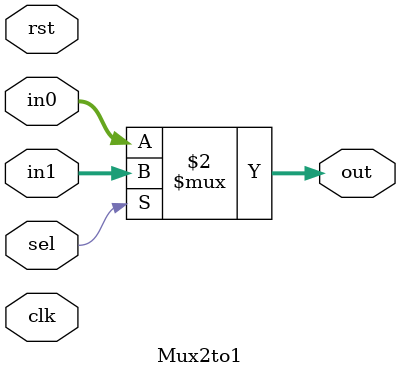
<source format=v>
module Mux2to1 (
    input wire [7:0] in0,    // Caminho normal: PC incrementado
    input wire [7:0] in1,    // Caminho alternativo: endere�o de desvio (branchTarget)
    input wire sel,           // Sinal de controle PCSrc
    input wire clk,           // Sinal de clock
    input wire rst,           // Sinal de reset
    output wire [7:0] out     // Pr�ximo valor do PC (registrado)
);

    // Atualiza o valor de 'out' com o clock
    assign out = (sel == 1'b0) ? in0 : in1; // Sele��o do pr�ximo PC

endmodule

</source>
